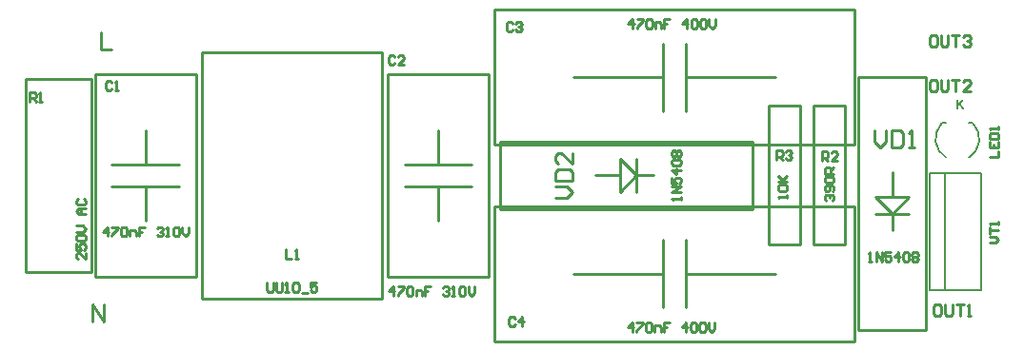
<source format=gto>
G04*
G04 #@! TF.GenerationSoftware,Altium Limited,Altium Designer,22.10.1 (41)*
G04*
G04 Layer_Color=65535*
%FSLAX44Y44*%
%MOMM*%
G71*
G04*
G04 #@! TF.SameCoordinates,FA340068-F1DC-43B8-B5E1-3386DD3F2D8B*
G04*
G04*
G04 #@! TF.FilePolarity,Positive*
G04*
G01*
G75*
%ADD10C,0.2000*%
%ADD11C,0.2540*%
%ADD12C,0.1524*%
D10*
X844220Y166093D02*
G03*
X847789Y196489I-10220J16607D01*
G01*
X819571Y195817D02*
G03*
X823780Y166093I14429J-13117D01*
G01*
X809000Y48000D02*
Y152000D01*
X855000D01*
Y48000D02*
Y152000D01*
X809000Y48000D02*
X855000D01*
X822700D02*
Y152000D01*
X819571Y195817D02*
X820424Y196670D01*
X844160D02*
X847789D01*
X820424D02*
X823840D01*
D11*
X652250Y120000D02*
Y180000D01*
X427500D02*
X652250D01*
X427500Y120000D02*
Y180000D01*
Y120000D02*
X652250D01*
X549000Y135000D02*
Y165000D01*
X534000Y135000D02*
X549000Y150000D01*
X534000Y135000D02*
Y165000D01*
X549000Y150000D01*
X512000D02*
X534000D01*
X549000D02*
X564000D01*
X746000Y12750D02*
X806000D01*
Y237500D01*
X746000D02*
X806000D01*
X746000Y12750D02*
Y237500D01*
X761000Y116000D02*
X791000D01*
X761000Y131000D02*
X776000Y116000D01*
X761000Y131000D02*
X791000D01*
X776000Y116000D02*
X791000Y131000D01*
X776000D02*
Y153000D01*
Y101000D02*
Y116000D01*
X666000Y89000D02*
Y212000D01*
X694000D01*
Y89000D02*
Y212000D01*
X666000Y89000D02*
X694000D01*
X706000D02*
Y212000D01*
X734000D01*
Y89000D02*
Y212000D01*
X706000Y89000D02*
X734000D01*
X64000Y64000D02*
Y236000D01*
X6000D02*
X64000D01*
X6000Y64000D02*
Y236000D01*
Y64000D02*
X64000D01*
X742500Y177500D02*
Y297500D01*
X422500D02*
X742500D01*
X422500Y177500D02*
Y297500D01*
Y177500D02*
X742500D01*
X592500Y237500D02*
X672500D01*
X492500D02*
X572500D01*
Y207500D02*
Y257500D01*
Y267500D01*
X592500Y237500D02*
Y267500D01*
Y207500D02*
Y237500D01*
X742500Y2500D02*
Y122500D01*
X422500D02*
X742500D01*
X422500Y2500D02*
Y122500D01*
Y2500D02*
X742500D01*
X592500Y62500D02*
X672500D01*
X492500D02*
X572500D01*
Y32500D02*
Y82500D01*
Y92500D01*
X592500Y62500D02*
Y92500D01*
Y32500D02*
Y62500D01*
X162500Y40000D02*
X322500D01*
Y260000D01*
X162500D02*
X322500D01*
X162500Y40000D02*
Y260000D01*
X67500Y60000D02*
X157500D01*
X112500Y160000D02*
X142500D01*
X82500D02*
X112500D01*
X82500Y140000D02*
X92500D01*
X142500D01*
X112500Y110000D02*
Y140000D01*
Y160000D02*
Y190000D01*
X157500Y60000D02*
Y240000D01*
X67500Y60000D02*
Y240000D01*
X157500D01*
X327500D02*
X417500D01*
X327500Y60000D02*
Y240000D01*
X417500Y60000D02*
Y240000D01*
X372500Y160000D02*
Y190000D01*
Y110000D02*
Y140000D01*
X352500D02*
X402500D01*
X342500D02*
X352500D01*
X342500Y160000D02*
X372500D01*
X402500D01*
X327500Y60000D02*
X417500D01*
X588192Y128186D02*
Y130852D01*
Y129519D01*
X580194D01*
X581527Y128186D01*
X588192Y134851D02*
X580194D01*
X588192Y140183D01*
X580194D01*
Y148180D02*
Y142848D01*
X584193D01*
X582860Y145514D01*
Y146847D01*
X584193Y148180D01*
X586859D01*
X588192Y146847D01*
Y144181D01*
X586859Y142848D01*
X588192Y154845D02*
X580194D01*
X584193Y150846D01*
Y156177D01*
X581527Y158843D02*
X580194Y160176D01*
Y162842D01*
X581527Y164175D01*
X586859D01*
X588192Y162842D01*
Y160176D01*
X586859Y158843D01*
X581527D01*
Y166841D02*
X580194Y168174D01*
Y170839D01*
X581527Y172172D01*
X582860D01*
X584193Y170839D01*
X585526Y172172D01*
X586859D01*
X588192Y170839D01*
Y168174D01*
X586859Y166841D01*
X585526D01*
X584193Y168174D01*
X582860Y166841D01*
X581527D01*
X584193Y168174D02*
Y170839D01*
X476825Y129687D02*
X486982D01*
X492060Y134765D01*
X486982Y139843D01*
X476825D01*
Y144922D02*
X492060D01*
Y152539D01*
X489521Y155078D01*
X479365D01*
X476825Y152539D01*
Y144922D01*
X492060Y170313D02*
Y160157D01*
X481904Y170313D01*
X479365D01*
X476825Y167774D01*
Y162696D01*
X479365Y160157D01*
X755007Y73501D02*
X757673D01*
X756340D01*
Y81499D01*
X755007Y80166D01*
X761672Y73501D02*
Y81499D01*
X767003Y73501D01*
Y81499D01*
X775001D02*
X769669D01*
Y77500D01*
X772335Y78833D01*
X773668D01*
X775001Y77500D01*
Y74834D01*
X773668Y73501D01*
X771002D01*
X769669Y74834D01*
X781665Y73501D02*
Y81499D01*
X777666Y77500D01*
X782998D01*
X785664Y80166D02*
X786997Y81499D01*
X789663D01*
X790995Y80166D01*
Y74834D01*
X789663Y73501D01*
X786997D01*
X785664Y74834D01*
Y80166D01*
X793661D02*
X794994Y81499D01*
X797660D01*
X798993Y80166D01*
Y78833D01*
X797660Y77500D01*
X798993Y76167D01*
Y74834D01*
X797660Y73501D01*
X794994D01*
X793661Y74834D01*
Y76167D01*
X794994Y77500D01*
X793661Y78833D01*
Y80166D01*
X794994Y77500D02*
X797660D01*
X760410Y189925D02*
Y179768D01*
X765488Y174690D01*
X770567Y179768D01*
Y189925D01*
X775645D02*
Y174690D01*
X783263D01*
X785802Y177229D01*
Y187386D01*
X783263Y189925D01*
X775645D01*
X790880Y174690D02*
X795958D01*
X793419D01*
Y189925D01*
X790880Y187386D01*
X682499Y129753D02*
Y132419D01*
Y131086D01*
X674501D01*
X675834Y129753D01*
Y136418D02*
X674501Y137751D01*
Y140416D01*
X675834Y141749D01*
X681166D01*
X682499Y140416D01*
Y137751D01*
X681166Y136418D01*
X675834D01*
X674501Y144415D02*
X682499D01*
X679833D01*
X674501Y149747D01*
X678500Y145748D01*
X682499Y149747D01*
X673335Y164251D02*
Y172249D01*
X677334D01*
X678667Y170916D01*
Y168250D01*
X677334Y166917D01*
X673335D01*
X676001D02*
X678667Y164251D01*
X681333Y170916D02*
X682666Y172249D01*
X685332D01*
X686665Y170916D01*
Y169583D01*
X685332Y168250D01*
X683999D01*
X685332D01*
X686665Y166917D01*
Y165584D01*
X685332Y164251D01*
X682666D01*
X681333Y165584D01*
X717516Y127648D02*
X716184Y128981D01*
Y131646D01*
X717516Y132979D01*
X718849D01*
X720182Y131646D01*
Y130314D01*
Y131646D01*
X721515Y132979D01*
X722848D01*
X724181Y131646D01*
Y128981D01*
X722848Y127648D01*
Y135645D02*
X724181Y136978D01*
Y139644D01*
X722848Y140977D01*
X717516D01*
X716184Y139644D01*
Y136978D01*
X717516Y135645D01*
X718849D01*
X720182Y136978D01*
Y140977D01*
X717516Y143643D02*
X716184Y144976D01*
Y147641D01*
X717516Y148974D01*
X722848D01*
X724181Y147641D01*
Y144976D01*
X722848Y143643D01*
X717516D01*
X724181Y151640D02*
X716184D01*
Y155639D01*
X717516Y156972D01*
X720182D01*
X721515Y155639D01*
Y151640D01*
Y154306D02*
X724181Y156972D01*
X713836Y163230D02*
Y171227D01*
X717834D01*
X719167Y169894D01*
Y167228D01*
X717834Y165896D01*
X713836D01*
X716501D02*
X719167Y163230D01*
X727165D02*
X721833D01*
X727165Y168561D01*
Y169894D01*
X725832Y171227D01*
X723166D01*
X721833Y169894D01*
X72502Y277498D02*
Y262502D01*
X82498D01*
X65002Y20002D02*
Y34998D01*
X74998Y20002D01*
Y34998D01*
X58999Y81173D02*
Y75842D01*
X53667Y81173D01*
X52334D01*
X51001Y79841D01*
Y77175D01*
X52334Y75842D01*
X51001Y89171D02*
Y83839D01*
X55000D01*
X53667Y86505D01*
Y87838D01*
X55000Y89171D01*
X57666D01*
X58999Y87838D01*
Y85172D01*
X57666Y83839D01*
X52334Y91837D02*
X51001Y93170D01*
Y95836D01*
X52334Y97168D01*
X57666D01*
X58999Y95836D01*
Y93170D01*
X57666Y91837D01*
X52334D01*
X51001Y99834D02*
X56333D01*
X58999Y102500D01*
X56333Y105166D01*
X51001D01*
X58999Y115829D02*
X53667D01*
X51001Y118495D01*
X53667Y121161D01*
X58999D01*
X55000D01*
Y115829D01*
X52334Y129158D02*
X51001Y127825D01*
Y125159D01*
X52334Y123826D01*
X57666D01*
X58999Y125159D01*
Y127825D01*
X57666Y129158D01*
X9668Y216001D02*
Y223999D01*
X13667D01*
X15000Y222666D01*
Y220000D01*
X13667Y218667D01*
X9668D01*
X12334D02*
X15000Y216001D01*
X17666D02*
X20332D01*
X18999D01*
Y223999D01*
X17666Y222666D01*
X862501Y90270D02*
X867833D01*
X870499Y92935D01*
X867833Y95601D01*
X862501D01*
Y98267D02*
Y103599D01*
Y100933D01*
X870499D01*
Y106264D02*
Y108930D01*
Y107597D01*
X862501D01*
X863834Y106264D01*
X862501Y166671D02*
X870499D01*
Y172003D01*
X862501Y180000D02*
Y174668D01*
X870499D01*
Y180000D01*
X866500Y174668D02*
Y177334D01*
X862501Y182666D02*
X870499D01*
Y186665D01*
X869166Y187997D01*
X863834D01*
X862501Y186665D01*
Y182666D01*
X870499Y190663D02*
Y193329D01*
Y191996D01*
X862501D01*
X863834Y190663D01*
X545345Y281001D02*
Y288999D01*
X541346Y285000D01*
X546677D01*
X549343Y288999D02*
X554675D01*
Y287666D01*
X549343Y282334D01*
Y281001D01*
X557341Y287666D02*
X558674Y288999D01*
X561339D01*
X562672Y287666D01*
Y282334D01*
X561339Y281001D01*
X558674D01*
X557341Y282334D01*
Y287666D01*
X565338Y281001D02*
Y286333D01*
X569337D01*
X570670Y285000D01*
Y281001D01*
X578667Y288999D02*
X573335D01*
Y285000D01*
X576001D01*
X573335D01*
Y281001D01*
X593329D02*
Y288999D01*
X589330Y285000D01*
X594662D01*
X597328Y287666D02*
X598661Y288999D01*
X601326D01*
X602659Y287666D01*
Y282334D01*
X601326Y281001D01*
X598661D01*
X597328Y282334D01*
Y287666D01*
X605325D02*
X606658Y288999D01*
X609324D01*
X610657Y287666D01*
Y282334D01*
X609324Y281001D01*
X606658D01*
X605325Y282334D01*
Y287666D01*
X613323Y288999D02*
Y283667D01*
X615988Y281001D01*
X618654Y283667D01*
Y288999D01*
X438667Y285166D02*
X437334Y286499D01*
X434668D01*
X433335Y285166D01*
Y279834D01*
X434668Y278501D01*
X437334D01*
X438667Y279834D01*
X441333Y285166D02*
X442666Y286499D01*
X445332D01*
X446665Y285166D01*
Y283833D01*
X445332Y282500D01*
X443999D01*
X445332D01*
X446665Y281167D01*
Y279834D01*
X445332Y278501D01*
X442666D01*
X441333Y279834D01*
X814171Y234998D02*
X810839D01*
X809173Y233332D01*
Y226668D01*
X810839Y225002D01*
X814171D01*
X815837Y226668D01*
Y233332D01*
X814171Y234998D01*
X819169D02*
Y226668D01*
X820835Y225002D01*
X824168D01*
X825834Y226668D01*
Y234998D01*
X829166D02*
X835831D01*
X832498D01*
Y225002D01*
X845827D02*
X839163D01*
X845827Y231666D01*
Y233332D01*
X844161Y234998D01*
X840829D01*
X839163Y233332D01*
X814171Y274998D02*
X810839D01*
X809173Y273332D01*
Y266668D01*
X810839Y265002D01*
X814171D01*
X815837Y266668D01*
Y273332D01*
X814171Y274998D01*
X819169D02*
Y266668D01*
X820835Y265002D01*
X824168D01*
X825834Y266668D01*
Y274998D01*
X829166D02*
X835831D01*
X832498D01*
Y265002D01*
X839163Y273332D02*
X840829Y274998D01*
X844161D01*
X845827Y273332D01*
Y271666D01*
X844161Y270000D01*
X842495D01*
X844161D01*
X845827Y268334D01*
Y266668D01*
X844161Y265002D01*
X840829D01*
X839163Y266668D01*
X817848Y34998D02*
X814515D01*
X812849Y33332D01*
Y26668D01*
X814515Y25002D01*
X817848D01*
X819514Y26668D01*
Y33332D01*
X817848Y34998D01*
X822846D02*
Y26668D01*
X824512Y25002D01*
X827844D01*
X829511Y26668D01*
Y34998D01*
X832843D02*
X839507D01*
X836175D01*
Y25002D01*
X842840D02*
X846172D01*
X844506D01*
Y34998D01*
X842840Y33332D01*
X544916Y11001D02*
Y18999D01*
X540917Y15000D01*
X546249D01*
X548914Y18999D02*
X554246D01*
Y17666D01*
X548914Y12334D01*
Y11001D01*
X556912Y17666D02*
X558245Y18999D01*
X560910D01*
X562243Y17666D01*
Y12334D01*
X560910Y11001D01*
X558245D01*
X556912Y12334D01*
Y17666D01*
X564909Y11001D02*
Y16333D01*
X568908D01*
X570241Y15000D01*
Y11001D01*
X578238Y18999D02*
X572907D01*
Y15000D01*
X575572D01*
X572907D01*
Y11001D01*
X592900D02*
Y18999D01*
X588901Y15000D01*
X594233D01*
X596899Y17666D02*
X598232Y18999D01*
X600898D01*
X602230Y17666D01*
Y12334D01*
X600898Y11001D01*
X598232D01*
X596899Y12334D01*
Y17666D01*
X604896D02*
X606229Y18999D01*
X608895D01*
X610228Y17666D01*
Y12334D01*
X608895Y11001D01*
X606229D01*
X604896Y12334D01*
Y17666D01*
X612894Y18999D02*
Y13667D01*
X615560Y11001D01*
X618225Y13667D01*
Y18999D01*
X440738Y22666D02*
X439405Y23999D01*
X436740D01*
X435407Y22666D01*
Y17334D01*
X436740Y16001D01*
X439405D01*
X440738Y17334D01*
X447403Y16001D02*
Y23999D01*
X443404Y20000D01*
X448736D01*
X220507Y54665D02*
Y48001D01*
X221840Y46668D01*
X224506D01*
X225839Y48001D01*
Y54665D01*
X228505D02*
Y48001D01*
X229837Y46668D01*
X232503D01*
X233836Y48001D01*
Y54665D01*
X236502Y46668D02*
X239168D01*
X237835D01*
Y54665D01*
X236502Y53332D01*
X243167D02*
X244499Y54665D01*
X247165D01*
X248498Y53332D01*
Y48001D01*
X247165Y46668D01*
X244499D01*
X243167Y48001D01*
Y53332D01*
X251164Y45335D02*
X256495D01*
X264493Y54665D02*
X259161D01*
Y50666D01*
X261827Y51999D01*
X263160D01*
X264493Y50666D01*
Y48001D01*
X263160Y46668D01*
X260494D01*
X259161Y48001D01*
X237168Y83999D02*
Y76001D01*
X242500D01*
X245166D02*
X247832D01*
X246499D01*
Y83999D01*
X245166Y82666D01*
X78511Y96001D02*
Y103999D01*
X74512Y100000D01*
X79844D01*
X82510Y103999D02*
X87841D01*
Y102666D01*
X82510Y97334D01*
Y96001D01*
X90507Y102666D02*
X91840Y103999D01*
X94506D01*
X95839Y102666D01*
Y97334D01*
X94506Y96001D01*
X91840D01*
X90507Y97334D01*
Y102666D01*
X98504Y96001D02*
Y101333D01*
X102503D01*
X103836Y100000D01*
Y96001D01*
X111834Y103999D02*
X106502D01*
Y100000D01*
X109168D01*
X106502D01*
Y96001D01*
X122497Y102666D02*
X123830Y103999D01*
X126496D01*
X127828Y102666D01*
Y101333D01*
X126496Y100000D01*
X125163D01*
X126496D01*
X127828Y98667D01*
Y97334D01*
X126496Y96001D01*
X123830D01*
X122497Y97334D01*
X130494Y96001D02*
X133160D01*
X131827D01*
Y103999D01*
X130494Y102666D01*
X137159D02*
X138492Y103999D01*
X141158D01*
X142490Y102666D01*
Y97334D01*
X141158Y96001D01*
X138492D01*
X137159Y97334D01*
Y102666D01*
X145156Y103999D02*
Y98667D01*
X147822Y96001D01*
X150488Y98667D01*
Y103999D01*
X82500Y232666D02*
X81167Y233999D01*
X78501D01*
X77168Y232666D01*
Y227334D01*
X78501Y226001D01*
X81167D01*
X82500Y227334D01*
X85166Y226001D02*
X87832D01*
X86499D01*
Y233999D01*
X85166Y232666D01*
X333980Y255460D02*
X332647Y256793D01*
X329981D01*
X328648Y255460D01*
Y250129D01*
X329981Y248796D01*
X332647D01*
X333980Y250129D01*
X341977Y248796D02*
X336645D01*
X341977Y254128D01*
Y255460D01*
X340644Y256793D01*
X337978D01*
X336645Y255460D01*
X332647Y43056D02*
Y51053D01*
X328648Y47055D01*
X333980D01*
X336645Y51053D02*
X341977D01*
Y49720D01*
X336645Y44389D01*
Y43056D01*
X344643Y49720D02*
X345976Y51053D01*
X348642D01*
X349974Y49720D01*
Y44389D01*
X348642Y43056D01*
X345976D01*
X344643Y44389D01*
Y49720D01*
X352640Y43056D02*
Y48387D01*
X356639D01*
X357972Y47055D01*
Y43056D01*
X365969Y51053D02*
X360638D01*
Y47055D01*
X363303D01*
X360638D01*
Y43056D01*
X376632Y49720D02*
X377965Y51053D01*
X380631D01*
X381964Y49720D01*
Y48387D01*
X380631Y47055D01*
X379298D01*
X380631D01*
X381964Y45722D01*
Y44389D01*
X380631Y43056D01*
X377965D01*
X376632Y44389D01*
X384630Y43056D02*
X387296D01*
X385963D01*
Y51053D01*
X384630Y49720D01*
X391294D02*
X392627Y51053D01*
X395293D01*
X396626Y49720D01*
Y44389D01*
X395293Y43056D01*
X392627D01*
X391294Y44389D01*
Y49720D01*
X399292Y51053D02*
Y45722D01*
X401958Y43056D01*
X404623Y45722D01*
Y51053D01*
D12*
X834000Y217617D02*
Y210000D01*
Y212539D01*
X839078Y217617D01*
X835270Y213809D01*
X839078Y210000D01*
M02*

</source>
